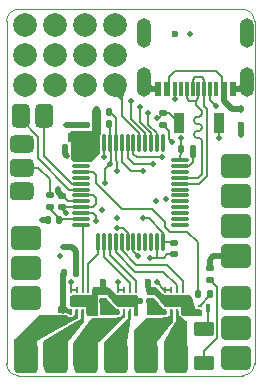
<source format=gbr>
%TF.GenerationSoftware,KiCad,Pcbnew,9.0.3-9.0.3-0~ubuntu24.04.1*%
%TF.CreationDate,2025-09-19T18:16:15+02:00*%
%TF.ProjectId,ant control board v2,616e7420-636f-46e7-9472-6f6c20626f61,2.0*%
%TF.SameCoordinates,Original*%
%TF.FileFunction,Copper,L1,Top*%
%TF.FilePolarity,Positive*%
%FSLAX46Y46*%
G04 Gerber Fmt 4.6, Leading zero omitted, Abs format (unit mm)*
G04 Created by KiCad (PCBNEW 9.0.3-9.0.3-0~ubuntu24.04.1) date 2025-09-19 18:16:15*
%MOMM*%
%LPD*%
G01*
G04 APERTURE LIST*
G04 Aperture macros list*
%AMRoundRect*
0 Rectangle with rounded corners*
0 $1 Rounding radius*
0 $2 $3 $4 $5 $6 $7 $8 $9 X,Y pos of 4 corners*
0 Add a 4 corners polygon primitive as box body*
4,1,4,$2,$3,$4,$5,$6,$7,$8,$9,$2,$3,0*
0 Add four circle primitives for the rounded corners*
1,1,$1+$1,$2,$3*
1,1,$1+$1,$4,$5*
1,1,$1+$1,$6,$7*
1,1,$1+$1,$8,$9*
0 Add four rect primitives between the rounded corners*
20,1,$1+$1,$2,$3,$4,$5,0*
20,1,$1+$1,$4,$5,$6,$7,0*
20,1,$1+$1,$6,$7,$8,$9,0*
20,1,$1+$1,$8,$9,$2,$3,0*%
G04 Aperture macros list end*
%TA.AperFunction,SMDPad,CuDef*%
%ADD10RoundRect,0.140000X0.170000X-0.140000X0.170000X0.140000X-0.170000X0.140000X-0.170000X-0.140000X0*%
%TD*%
%TA.AperFunction,ComponentPad*%
%ADD11C,0.500000*%
%TD*%
%TA.AperFunction,ComponentPad*%
%ADD12RoundRect,0.375000X0.375000X-0.625000X0.375000X0.625000X-0.375000X0.625000X-0.375000X-0.625000X0*%
%TD*%
%TA.AperFunction,ComponentPad*%
%ADD13RoundRect,0.375000X0.625000X0.375000X-0.625000X0.375000X-0.625000X-0.375000X0.625000X-0.375000X0*%
%TD*%
%TA.AperFunction,SMDPad,CuDef*%
%ADD14RoundRect,0.062500X0.062500X-0.187500X0.062500X0.187500X-0.062500X0.187500X-0.062500X-0.187500X0*%
%TD*%
%TA.AperFunction,SMDPad,CuDef*%
%ADD15R,1.600000X0.900000*%
%TD*%
%TA.AperFunction,SMDPad,CuDef*%
%ADD16RoundRect,0.135000X-0.185000X0.135000X-0.185000X-0.135000X0.185000X-0.135000X0.185000X0.135000X0*%
%TD*%
%TA.AperFunction,ComponentPad*%
%ADD17C,2.000000*%
%TD*%
%TA.AperFunction,ComponentPad*%
%ADD18RoundRect,0.300000X0.970000X-0.700000X0.970000X0.700000X-0.970000X0.700000X-0.970000X-0.700000X0*%
%TD*%
%TA.AperFunction,SMDPad,CuDef*%
%ADD19RoundRect,0.135000X0.135000X0.185000X-0.135000X0.185000X-0.135000X-0.185000X0.135000X-0.185000X0*%
%TD*%
%TA.AperFunction,SMDPad,CuDef*%
%ADD20R,0.400000X0.250000*%
%TD*%
%TA.AperFunction,SMDPad,CuDef*%
%ADD21R,0.400000X0.700000*%
%TD*%
%TA.AperFunction,SMDPad,CuDef*%
%ADD22RoundRect,0.140000X-0.140000X-0.170000X0.140000X-0.170000X0.140000X0.170000X-0.140000X0.170000X0*%
%TD*%
%TA.AperFunction,SMDPad,CuDef*%
%ADD23R,0.600000X1.150000*%
%TD*%
%TA.AperFunction,SMDPad,CuDef*%
%ADD24R,0.300000X1.150000*%
%TD*%
%TA.AperFunction,ComponentPad*%
%ADD25O,1.250000X2.500000*%
%TD*%
%TA.AperFunction,ComponentPad*%
%ADD26RoundRect,0.300000X-0.700000X-0.970000X0.700000X-0.970000X0.700000X0.970000X-0.700000X0.970000X0*%
%TD*%
%TA.AperFunction,SMDPad,CuDef*%
%ADD27RoundRect,0.112500X0.112500X-0.187500X0.112500X0.187500X-0.112500X0.187500X-0.112500X-0.187500X0*%
%TD*%
%TA.AperFunction,SMDPad,CuDef*%
%ADD28R,0.900000X1.700000*%
%TD*%
%TA.AperFunction,SMDPad,CuDef*%
%ADD29RoundRect,0.075000X-0.662500X-0.075000X0.662500X-0.075000X0.662500X0.075000X-0.662500X0.075000X0*%
%TD*%
%TA.AperFunction,SMDPad,CuDef*%
%ADD30RoundRect,0.075000X-0.075000X-0.662500X0.075000X-0.662500X0.075000X0.662500X-0.075000X0.662500X0*%
%TD*%
%TA.AperFunction,SMDPad,CuDef*%
%ADD31RoundRect,0.135000X-0.135000X-0.185000X0.135000X-0.185000X0.135000X0.185000X-0.135000X0.185000X0*%
%TD*%
%TA.AperFunction,SMDPad,CuDef*%
%ADD32RoundRect,0.140000X-0.170000X0.140000X-0.170000X-0.140000X0.170000X-0.140000X0.170000X0.140000X0*%
%TD*%
%TA.AperFunction,SMDPad,CuDef*%
%ADD33RoundRect,0.140000X0.140000X0.170000X-0.140000X0.170000X-0.140000X-0.170000X0.140000X-0.170000X0*%
%TD*%
%TA.AperFunction,ComponentPad*%
%ADD34RoundRect,0.300000X-0.970000X0.700000X-0.970000X-0.700000X0.970000X-0.700000X0.970000X0.700000X0*%
%TD*%
%TA.AperFunction,SMDPad,CuDef*%
%ADD35RoundRect,0.250000X-0.625000X0.375000X-0.625000X-0.375000X0.625000X-0.375000X0.625000X0.375000X0*%
%TD*%
%TA.AperFunction,SMDPad,CuDef*%
%ADD36RoundRect,0.135000X0.185000X-0.135000X0.185000X0.135000X-0.185000X0.135000X-0.185000X-0.135000X0*%
%TD*%
%TA.AperFunction,ViaPad*%
%ADD37C,0.500000*%
%TD*%
%TA.AperFunction,ViaPad*%
%ADD38C,0.600000*%
%TD*%
%TA.AperFunction,Conductor*%
%ADD39C,0.200000*%
%TD*%
%TA.AperFunction,Conductor*%
%ADD40C,0.500000*%
%TD*%
%TA.AperFunction,Profile*%
%ADD41C,0.050000*%
%TD*%
G04 APERTURE END LIST*
D10*
%TO.P,C18,2*%
%TO.N,GND*%
X103690000Y-125770000D03*
%TO.P,C18,1*%
%TO.N,+3V3*%
X103690000Y-126730000D03*
%TD*%
D11*
%TO.P,J10,2,Pin_2*%
%TO.N,/MCU and RX/DIGITAL_AUX2*%
X99740000Y-118300000D03*
X99740000Y-119700000D03*
D12*
X100190000Y-119000000D03*
D11*
X100640000Y-119700000D03*
X100654400Y-118300000D03*
%TO.P,J10,1,Pin_1*%
%TO.N,/MCU and RX/DIGITAL_AUX1*%
X101732800Y-118288800D03*
X101732800Y-119711200D03*
D12*
X102190000Y-119000000D03*
D11*
X102640000Y-118300000D03*
X102647200Y-119711200D03*
%TD*%
%TO.P,J9,3,Pin_3*%
%TO.N,GND*%
X99570000Y-125848096D03*
X100970000Y-125848096D03*
D13*
X100270000Y-125398096D03*
D11*
X100970000Y-124948096D03*
X99570000Y-124933696D03*
%TO.P,J9,2,Pin_2*%
%TO.N,Net-(J9-Pin_2)*%
X99570000Y-123848096D03*
X100970000Y-123848096D03*
D13*
X100270000Y-123398096D03*
D11*
X100970000Y-122948096D03*
X99570000Y-122933696D03*
%TO.P,J9,1,Pin_1*%
%TO.N,+3V3*%
X99558800Y-121855296D03*
X100981200Y-121855296D03*
D13*
X100270000Y-121398096D03*
D11*
X99570000Y-120948096D03*
X100981200Y-120940896D03*
%TD*%
D14*
%TO.P,U4,1,VM*%
%TO.N,+BATT*%
X112440000Y-135650000D03*
%TO.P,U4,2,OUT1*%
%TO.N,/DC Motors/M3+*%
X112940000Y-135650000D03*
%TO.P,U4,3,OUT2*%
%TO.N,/DC Motors/M3-*%
X113440000Y-135650000D03*
%TO.P,U4,4,GND*%
%TO.N,GND*%
X113940000Y-135650000D03*
%TO.P,U4,5,IN2*%
%TO.N,/DC Motors/PWM_M3_B*%
X113940000Y-133750000D03*
%TO.P,U4,6,IN1*%
%TO.N,/DC Motors/PWM_M3_F*%
X113440000Y-133750000D03*
%TO.P,U4,7,~{SLEEP}*%
%TO.N,+3V3*%
X112940000Y-133750000D03*
%TO.P,U4,8,VCC*%
X112440000Y-133750000D03*
D15*
%TO.P,U4,9,GND*%
%TO.N,GND*%
X113190000Y-134700000D03*
%TD*%
D14*
%TO.P,U2,1,VM*%
%TO.N,+BATT*%
X104440000Y-135650000D03*
%TO.P,U2,2,OUT1*%
%TO.N,/DC Motors/M1+*%
X104940000Y-135650000D03*
%TO.P,U2,3,OUT2*%
%TO.N,/DC Motors/M1-*%
X105440000Y-135650000D03*
%TO.P,U2,4,GND*%
%TO.N,GND*%
X105940000Y-135650000D03*
%TO.P,U2,5,IN2*%
%TO.N,/DC Motors/PWM_M1_B*%
X105940000Y-133750000D03*
%TO.P,U2,6,IN1*%
%TO.N,/DC Motors/PWM_M1_F*%
X105440000Y-133750000D03*
%TO.P,U2,7,~{SLEEP}*%
%TO.N,+3V3*%
X104940000Y-133750000D03*
%TO.P,U2,8,VCC*%
X104440000Y-133750000D03*
D15*
%TO.P,U2,9,GND*%
%TO.N,GND*%
X105190000Y-134700000D03*
%TD*%
D14*
%TO.P,U3,1,VM*%
%TO.N,+BATT*%
X108440000Y-135650000D03*
%TO.P,U3,2,OUT1*%
%TO.N,/DC Motors/M2+*%
X108940000Y-135650000D03*
%TO.P,U3,3,OUT2*%
%TO.N,/DC Motors/M2-*%
X109440000Y-135650000D03*
%TO.P,U3,4,GND*%
%TO.N,GND*%
X109940000Y-135650000D03*
%TO.P,U3,5,IN2*%
%TO.N,/DC Motors/PWM_M2_B*%
X109940000Y-133750000D03*
%TO.P,U3,6,IN1*%
%TO.N,/DC Motors/PWM_M2_F*%
X109440000Y-133750000D03*
%TO.P,U3,7,~{SLEEP}*%
%TO.N,+3V3*%
X108940000Y-133750000D03*
%TO.P,U3,8,VCC*%
X108440000Y-133750000D03*
D15*
%TO.P,U3,9,GND*%
%TO.N,GND*%
X109190000Y-134700000D03*
%TD*%
D16*
%TO.P,R6,1*%
%TO.N,Net-(J9-Pin_2)*%
X102670000Y-125740000D03*
%TO.P,R6,2*%
%TO.N,/MCU and RX/ADC1*%
X102670000Y-126760000D03*
%TD*%
D17*
%TO.P,U7,12,CH4*%
%TO.N,/MCU and RX/CH4*%
X100583000Y-116417000D03*
%TO.P,U7,11*%
%TO.N,+3V3*%
X100583000Y-113877000D03*
%TO.P,U7,10*%
%TO.N,GND*%
X100583000Y-111337000D03*
%TO.P,U7,9,CH3*%
%TO.N,/MCU and RX/CH3*%
X103123000Y-116417000D03*
%TO.P,U7,8*%
%TO.N,+3V3*%
X103123000Y-113877000D03*
%TO.P,U7,7*%
%TO.N,GND*%
X103123000Y-111337000D03*
%TO.P,U7,6,CH2*%
%TO.N,/MCU and RX/CH2*%
X105663000Y-116417000D03*
%TO.P,U7,5*%
%TO.N,+3V3*%
X105663000Y-113877000D03*
%TO.P,U7,4*%
%TO.N,GND*%
X105663000Y-111337000D03*
%TO.P,U7,3,CH1_(PPM)*%
%TO.N,/MCU and RX/CH1_PPM*%
X108203000Y-116417000D03*
%TO.P,U7,2,VCC*%
%TO.N,+3V3*%
X108203000Y-113877000D03*
%TO.P,U7,1,GND*%
%TO.N,GND*%
X108203000Y-111337000D03*
%TD*%
D10*
%TO.P,C15,1*%
%TO.N,+3V3*%
X105690000Y-120730000D03*
%TO.P,C15,2*%
%TO.N,GND*%
X105690000Y-119770000D03*
%TD*%
D11*
%TO.P,J7,1,Pin_1*%
%TO.N,/MCU and RX/SERVO1*%
X99721000Y-135055000D03*
X101499000Y-135055000D03*
D18*
X100610000Y-134420000D03*
D11*
X99721000Y-133785000D03*
X101499000Y-133785000D03*
%TO.P,J7,2,Pin_2*%
%TO.N,+BATT*%
X99721000Y-132515000D03*
X101499000Y-132515000D03*
D18*
X100610000Y-131880000D03*
D11*
X99721000Y-131245000D03*
X101499000Y-131245000D03*
%TO.P,J7,3,Pin_3*%
%TO.N,GND*%
X99721000Y-129975000D03*
X101499000Y-129975000D03*
D18*
X100610000Y-129340000D03*
D11*
X99721000Y-128705000D03*
X101499000Y-128705000D03*
%TD*%
D10*
%TO.P,C13,1*%
%TO.N,+3V3*%
X104690000Y-120730000D03*
%TO.P,C13,2*%
%TO.N,GND*%
X104690000Y-119770000D03*
%TD*%
D19*
%TO.P,R9,1*%
%TO.N,/MCU and RX/I2C1_SCL*%
X107680000Y-118700000D03*
%TO.P,R9,2*%
%TO.N,+3V3*%
X106660000Y-118700000D03*
%TD*%
D10*
%TO.P,C6,1*%
%TO.N,+BATT*%
X107190000Y-134680000D03*
%TO.P,C6,2*%
%TO.N,GND*%
X107190000Y-133720000D03*
%TD*%
D20*
%TO.P,Q1,1,G*%
%TO.N,Net-(Q1-G)*%
X115340000Y-135075000D03*
%TO.P,Q1,2,S*%
%TO.N,GND*%
X115340000Y-135525000D03*
D21*
%TO.P,Q1,3,D*%
%TO.N,Net-(D2-K)*%
X116040000Y-135300000D03*
%TD*%
D22*
%TO.P,C5,1*%
%TO.N,+BATT*%
X103890000Y-132300000D03*
%TO.P,C5,2*%
%TO.N,GND*%
X104850000Y-132300000D03*
%TD*%
D23*
%TO.P,J3,1,GND_1*%
%TO.N,GND*%
X118200000Y-116755000D03*
%TO.P,J3,2,VBUS*%
%TO.N,/Power/VUSB*%
X117400000Y-116755000D03*
D24*
%TO.P,J3,3,SBU2*%
%TO.N,unconnected-(J3-SBU2-Pad3)*%
X116750000Y-116755000D03*
%TO.P,J3,4,CC1*%
%TO.N,Net-(J3-CC1)*%
X116250000Y-116755000D03*
%TO.P,J3,5,DN2*%
%TO.N,/MCU and RX/USB_D-*%
X115750000Y-116755000D03*
%TO.P,J3,6,DP1*%
%TO.N,/MCU and RX/USB_D+*%
X115250000Y-116755000D03*
%TO.P,J3,7,DN1*%
%TO.N,/MCU and RX/USB_D-*%
X114750000Y-116755000D03*
%TO.P,J3,8,DP2*%
%TO.N,/MCU and RX/USB_D+*%
X114250000Y-116755000D03*
%TO.P,J3,9,SBU1*%
%TO.N,unconnected-(J3-SBU1-Pad9)*%
X113750000Y-116755000D03*
%TO.P,J3,10,CC2*%
%TO.N,Net-(J3-CC2)*%
X113250000Y-116755000D03*
D23*
%TO.P,J3,11,VBUS*%
%TO.N,/Power/VUSB*%
X112600000Y-116755000D03*
%TO.P,J3,12,GND_2*%
%TO.N,GND*%
X111800000Y-116755000D03*
D25*
%TO.P,J3,13,SHIELD*%
X119320000Y-116180000D03*
X119320000Y-112000000D03*
X110680000Y-116180000D03*
X110680000Y-112000000D03*
%TD*%
D19*
%TO.P,R8,1*%
%TO.N,/MCU and RX/I2C1_SDA*%
X107680000Y-119700000D03*
%TO.P,R8,2*%
%TO.N,+3V3*%
X106660000Y-119700000D03*
%TD*%
D11*
%TO.P,J5,1,Pin_1*%
%TO.N,/DC Motors/M2+*%
X105055000Y-138611000D03*
X105055000Y-140389000D03*
D26*
X105690000Y-139500000D03*
D11*
X106325000Y-138611000D03*
X106325000Y-140389000D03*
%TO.P,J5,2,Pin_2*%
%TO.N,/DC Motors/M2-*%
X107595000Y-138611000D03*
X107595000Y-140389000D03*
D26*
X108230000Y-139500000D03*
D11*
X108865000Y-138611000D03*
X108865000Y-140389000D03*
%TD*%
%TO.P,J8,1,Pin_1*%
%TO.N,/MCU and RX/SERVO2*%
X117501000Y-140135000D03*
X119279000Y-140135000D03*
D18*
X118390000Y-139500000D03*
D11*
X117501000Y-138865000D03*
X119279000Y-138865000D03*
%TO.P,J8,2,Pin_2*%
%TO.N,+BATT*%
X117501000Y-137595000D03*
X119279000Y-137595000D03*
D18*
X118390000Y-136960000D03*
D11*
X117501000Y-136325000D03*
X119279000Y-136325000D03*
%TO.P,J8,3,Pin_3*%
%TO.N,GND*%
X117501000Y-135055000D03*
X119279000Y-135055000D03*
D18*
X118390000Y-134420000D03*
D11*
X117501000Y-133785000D03*
X119279000Y-133785000D03*
%TD*%
D22*
%TO.P,C16,1*%
%TO.N,+3V3*%
X113810000Y-121850000D03*
%TO.P,C16,2*%
%TO.N,GND*%
X114770000Y-121850000D03*
%TD*%
D27*
%TO.P,D1,1,K*%
%TO.N,+BATT*%
X118890000Y-120550000D03*
%TO.P,D1,2,A*%
%TO.N,/Power/VUSB*%
X118890000Y-118450000D03*
%TD*%
D11*
%TO.P,J6,1,Pin_1*%
%TO.N,/DC Motors/M3+*%
X110135000Y-138611000D03*
X110135000Y-140389000D03*
D26*
X110770000Y-139500000D03*
D11*
X111405000Y-138611000D03*
X111405000Y-140389000D03*
%TO.P,J6,2,Pin_2*%
%TO.N,/DC Motors/M3-*%
X112675000Y-138611000D03*
X112675000Y-140389000D03*
D26*
X113310000Y-139500000D03*
D11*
X113945000Y-138611000D03*
X113945000Y-140389000D03*
%TD*%
D28*
%TO.P,SW1,1,1*%
%TO.N,+3V3*%
X116990000Y-119650000D03*
%TO.P,SW1,2,2*%
%TO.N,/MCU and RX/BOOT0*%
X113590000Y-119650000D03*
%TD*%
D10*
%TO.P,C7,1*%
%TO.N,+BATT*%
X111190000Y-134680000D03*
%TO.P,C7,2*%
%TO.N,GND*%
X111190000Y-133720000D03*
%TD*%
D11*
%TO.P,J4,1,Pin_1*%
%TO.N,/DC Motors/M1+*%
X99975000Y-138611000D03*
X99975000Y-140389000D03*
D26*
X100610000Y-139500000D03*
D11*
X101245000Y-138611000D03*
X101245000Y-140389000D03*
%TO.P,J4,2,Pin_2*%
%TO.N,/DC Motors/M1-*%
X102515000Y-138611000D03*
X102515000Y-140389000D03*
D26*
X103150000Y-139500000D03*
D11*
X103785000Y-138611000D03*
X103785000Y-140389000D03*
%TD*%
D29*
%TO.P,U6,1,VBAT*%
%TO.N,+3V3*%
X105337500Y-122750000D03*
%TO.P,U6,2,PC13*%
%TO.N,unconnected-(U6-PC13-Pad2)*%
X105337500Y-123250000D03*
%TO.P,U6,3,PC14*%
%TO.N,/MCU and RX/STATUS_LED*%
X105337500Y-123750000D03*
%TO.P,U6,4,PC15*%
%TO.N,unconnected-(U6-PC15-Pad4)*%
X105337500Y-124250000D03*
%TO.P,U6,5,PF0*%
%TO.N,/MCU and RX/DIGITAL_AUX1*%
X105337500Y-124750000D03*
%TO.P,U6,6,PF1*%
%TO.N,/MCU and RX/DIGITAL_AUX2*%
X105337500Y-125250000D03*
%TO.P,U6,7,NRST*%
%TO.N,+3V3*%
X105337500Y-125750000D03*
%TO.P,U6,8,VSSA*%
%TO.N,GND*%
X105337500Y-126250000D03*
%TO.P,U6,9,VDDA*%
%TO.N,+3V3*%
X105337500Y-126750000D03*
%TO.P,U6,10,ADC_IN0*%
%TO.N,/MCU and RX/VBAT*%
X105337500Y-127250000D03*
%TO.P,U6,11,ADC_IN1*%
%TO.N,/MCU and RX/ADC1*%
X105337500Y-127750000D03*
%TO.P,U6,12,PA2*%
%TO.N,/DC Motors/PWM_M1_F*%
X105337500Y-128250000D03*
D30*
%TO.P,U6,13,PA3*%
%TO.N,/DC Motors/PWM_M1_B*%
X106750000Y-129662500D03*
%TO.P,U6,14,PA4*%
%TO.N,/DC Motors/PWM_M2_F*%
X107250000Y-129662500D03*
%TO.P,U6,15,PA5*%
%TO.N,/DC Motors/PWM_M2_B*%
X107750000Y-129662500D03*
%TO.P,U6,16,PA6*%
%TO.N,/DC Motors/PWM_M3_F*%
X108250000Y-129662500D03*
%TO.P,U6,17,PA7*%
%TO.N,/DC Motors/PWM_M3_B*%
X108750000Y-129662500D03*
%TO.P,U6,18,PB0*%
%TO.N,/MCU and RX/SERVO1*%
X109250000Y-129662500D03*
%TO.P,U6,19,PB1*%
%TO.N,/MCU and RX/SERVO2*%
X109750000Y-129662500D03*
%TO.P,U6,20,PB2*%
%TO.N,unconnected-(U6-PB2-Pad20)*%
X110250000Y-129662500D03*
%TO.P,U6,21,PB10*%
%TO.N,unconnected-(U6-PB10-Pad21)*%
X110750000Y-129662500D03*
%TO.P,U6,22,PB11*%
%TO.N,unconnected-(U6-PB11-Pad22)*%
X111250000Y-129662500D03*
%TO.P,U6,23,VSS*%
%TO.N,GND*%
X111750000Y-129662500D03*
%TO.P,U6,24,VDD*%
%TO.N,+3V3*%
X112250000Y-129662500D03*
D29*
%TO.P,U6,25,SPI2_NSS*%
%TO.N,unconnected-(U6-PB12-Pad25)*%
X113662500Y-128250000D03*
%TO.P,U6,26,SPI2_SCK*%
%TO.N,unconnected-(U6-PB13-Pad26)*%
X113662500Y-127750000D03*
%TO.P,U6,27,SPI2_MISO*%
%TO.N,unconnected-(U6-PB14-Pad27)*%
X113662500Y-127250000D03*
%TO.P,U6,28,SPI2_MOSI*%
%TO.N,unconnected-(U6-PB15-Pad28)*%
X113662500Y-126750000D03*
%TO.P,U6,29,PA8*%
%TO.N,unconnected-(U6-PA8-Pad29)*%
X113662500Y-126250000D03*
%TO.P,U6,30,PA9*%
%TO.N,unconnected-(U6-PA9-Pad30)*%
X113662500Y-125750000D03*
%TO.P,U6,31,PA10*%
%TO.N,unconnected-(U6-PA10-Pad31)*%
X113662500Y-125250000D03*
%TO.P,U6,32,USB_DM*%
%TO.N,/MCU and RX/USB_D-*%
X113662500Y-124750000D03*
%TO.P,U6,33,USB_DP*%
%TO.N,/MCU and RX/USB_D+*%
X113662500Y-124250000D03*
%TO.P,U6,34,SYS_SWDIO*%
%TO.N,unconnected-(U6-PA13-Pad34)*%
X113662500Y-123750000D03*
%TO.P,U6,35,VSS*%
%TO.N,GND*%
X113662500Y-123250000D03*
%TO.P,U6,36,VDDIO2*%
%TO.N,+3V3*%
X113662500Y-122750000D03*
D30*
%TO.P,U6,37,SYS_SWCLK*%
%TO.N,unconnected-(U6-PA14-Pad37)*%
X112250000Y-121337500D03*
%TO.P,U6,38,PA15*%
%TO.N,/MCU and RX/CH4*%
X111750000Y-121337500D03*
%TO.P,U6,39,PB3*%
%TO.N,/MCU and RX/CH3*%
X111250000Y-121337500D03*
%TO.P,U6,40,PB4*%
%TO.N,/MCU and RX/CH2*%
X110750000Y-121337500D03*
%TO.P,U6,41,PB5*%
%TO.N,/MCU and RX/CH1_PPM*%
X110250000Y-121337500D03*
%TO.P,U6,42,USART1_TX*%
%TO.N,/MCU and RX/UART2_TX*%
X109750000Y-121337500D03*
%TO.P,U6,43,USART1_RX*%
%TO.N,/MCU and RX/UART2_RX*%
X109250000Y-121337500D03*
%TO.P,U6,44,BOOT0*%
%TO.N,/MCU and RX/BOOT0*%
X108750000Y-121337500D03*
%TO.P,U6,45,I2C1_SCL*%
%TO.N,/MCU and RX/I2C1_SCL*%
X108250000Y-121337500D03*
%TO.P,U6,46,I2C1_SDA*%
%TO.N,/MCU and RX/I2C1_SDA*%
X107750000Y-121337500D03*
%TO.P,U6,47,VSS*%
%TO.N,GND*%
X107250000Y-121337500D03*
%TO.P,U6,48,VDD*%
%TO.N,+3V3*%
X106750000Y-121337500D03*
%TD*%
D31*
%TO.P,R10,1*%
%TO.N,/MCU and RX/STATUS_LED*%
X115180000Y-134100000D03*
%TO.P,R10,2*%
%TO.N,Net-(Q1-G)*%
X116200000Y-134100000D03*
%TD*%
D32*
%TO.P,C17,1*%
%TO.N,+3V3*%
X113220000Y-129770000D03*
%TO.P,C17,2*%
%TO.N,GND*%
X113220000Y-130730000D03*
%TD*%
D22*
%TO.P,C11,1*%
%TO.N,GND*%
X102520000Y-127800000D03*
%TO.P,C11,2*%
%TO.N,/MCU and RX/ADC1*%
X103480000Y-127800000D03*
%TD*%
D16*
%TO.P,R7,1*%
%TO.N,/MCU and RX/BOOT0*%
X112290000Y-118790000D03*
%TO.P,R7,2*%
%TO.N,GND*%
X112290000Y-119810000D03*
%TD*%
D33*
%TO.P,C14,1*%
%TO.N,+3V3*%
X104920000Y-121750000D03*
%TO.P,C14,2*%
%TO.N,GND*%
X103960000Y-121750000D03*
%TD*%
D11*
%TO.P,J1,1,Pin_1*%
%TO.N,/Power/+SW*%
X119279000Y-127705000D03*
X117501000Y-127705000D03*
D34*
X118390000Y-128340000D03*
D11*
X119279000Y-128975000D03*
X117501000Y-128975000D03*
%TO.P,J1,2,Pin_2*%
%TO.N,+BATT*%
X119279000Y-130245000D03*
X117501000Y-130245000D03*
D34*
X118390000Y-130880000D03*
D11*
X119279000Y-131515000D03*
X117501000Y-131515000D03*
%TD*%
D35*
%TO.P,D2,1,K*%
%TO.N,Net-(D2-K)*%
X115690000Y-137100000D03*
%TO.P,D2,2,A*%
%TO.N,Net-(D2-A)*%
X115690000Y-139900000D03*
%TD*%
D11*
%TO.P,J2,1,Pin_1*%
%TO.N,GND*%
X119279000Y-122625000D03*
X117501000Y-122625000D03*
D34*
X118390000Y-123260000D03*
D11*
X119279000Y-123895000D03*
X117501000Y-123895000D03*
%TO.P,J2,2,Pin_2*%
%TO.N,/Power/+SW*%
X119279000Y-125165000D03*
X117501000Y-125165000D03*
D34*
X118390000Y-125800000D03*
D11*
X119279000Y-126435000D03*
X117501000Y-126435000D03*
%TD*%
D36*
%TO.P,R11,1*%
%TO.N,Net-(D2-A)*%
X116200000Y-132910000D03*
%TO.P,R11,2*%
%TO.N,+BATT*%
X116200000Y-131890000D03*
%TD*%
D37*
%TO.N,Net-(J3-CC1)*%
X116770000Y-118200000D03*
%TO.N,/MCU and RX/SERVO2*%
X110170000Y-130900000D03*
%TO.N,/MCU and RX/SERVO1*%
X108370000Y-128500000D03*
%TO.N,GND*%
X107270000Y-122500000D03*
X104090000Y-122380000D03*
%TO.N,+BATT*%
X111770000Y-135500000D03*
X111170000Y-135500000D03*
X107770000Y-135500000D03*
X107170000Y-135500000D03*
X103770000Y-135500000D03*
%TO.N,/MCU and RX/VBAT*%
X106570000Y-127900000D03*
%TO.N,/MCU and RX/I2C1_SCL*%
X108370000Y-123700000D03*
%TO.N,/MCU and RX/I2C1_SDA*%
X107370000Y-124700000D03*
X107770000Y-123100000D03*
%TO.N,+3V3*%
X107090000Y-127020000D03*
%TO.N,GND*%
X108370000Y-127700000D03*
%TO.N,+3V3*%
X111720000Y-133100000D03*
X108440000Y-133100000D03*
X104440000Y-133100000D03*
%TO.N,/MCU and RX/CH4*%
X111020000Y-118750000D03*
%TO.N,/MCU and RX/CH3*%
X110270000Y-118250000D03*
%TO.N,/MCU and RX/CH2*%
X109520000Y-117750000D03*
%TO.N,GND*%
X113020000Y-121250000D03*
%TO.N,/MCU and RX/BOOT0*%
X111753527Y-119206305D03*
X110570000Y-123700000D03*
%TO.N,/MCU and RX/UART2_RX*%
X111370000Y-123100000D03*
%TO.N,/MCU and RX/UART2_TX*%
X112170000Y-122500000D03*
%TO.N,+3V3*%
X105870000Y-121800000D03*
%TO.N,GND*%
X104000000Y-119770000D03*
%TO.N,+3V3*%
X116970000Y-120900000D03*
X113814641Y-120919880D03*
D38*
%TO.N,+BATT*%
X118890000Y-119820000D03*
D37*
%TO.N,Net-(J3-CC2)*%
X113270000Y-117600000D03*
%TO.N,+BATT*%
X103570000Y-130900000D03*
%TO.N,GND*%
X103770000Y-130130000D03*
D38*
X113279404Y-112090596D03*
D37*
%TO.N,+3V3*%
X114529404Y-112100000D03*
%TO.N,GND*%
X112475000Y-126013636D03*
X102000000Y-127800000D03*
X103400000Y-125200000D03*
%TO.N,+3V3*%
X104000000Y-127200000D03*
X111690000Y-126220000D03*
X110570000Y-127700000D03*
D38*
%TO.N,GND*%
X110970000Y-133100000D03*
X107190000Y-133100000D03*
X114570000Y-135450000D03*
X110270000Y-134700000D03*
D37*
X114770000Y-122450000D03*
X111135000Y-131015000D03*
%TD*%
D39*
%TO.N,/DC Motors/PWM_M3_F*%
X108250000Y-129662500D02*
X108250000Y-130580000D01*
X108250000Y-130580000D02*
X109870000Y-132200000D01*
X109870000Y-132200000D02*
X112270000Y-132200000D01*
X112270000Y-132200000D02*
X113440000Y-133370000D01*
X113440000Y-133370000D02*
X113440000Y-133750000D01*
%TO.N,GND*%
X111135000Y-131015000D02*
X112305000Y-131015000D01*
X112305000Y-131015000D02*
X112590000Y-130730000D01*
X112590000Y-130730000D02*
X113220000Y-130730000D01*
%TO.N,+3V3*%
X112250000Y-129662500D02*
X112712500Y-129662500D01*
X112712500Y-129662500D02*
X112770000Y-129720000D01*
X112770000Y-129720000D02*
X113170000Y-129720000D01*
X113170000Y-129720000D02*
X113220000Y-129770000D01*
%TO.N,/MCU and RX/STATUS_LED*%
X105337500Y-123750000D02*
X106291547Y-123750000D01*
X111328112Y-126900000D02*
X112420000Y-127991888D01*
X106291547Y-123750000D02*
X106570000Y-124028453D01*
X106570000Y-124028453D02*
X106570000Y-124700000D01*
X106570000Y-124700000D02*
X108770000Y-126900000D01*
X112420000Y-127991888D02*
X112420000Y-128450000D01*
X108770000Y-126900000D02*
X111328112Y-126900000D01*
X112820000Y-128850000D02*
X114320000Y-128850000D01*
X114320000Y-128850000D02*
X115180000Y-129710000D01*
X112420000Y-128450000D02*
X112820000Y-128850000D01*
X115180000Y-129710000D02*
X115180000Y-134100000D01*
%TO.N,GND*%
X111135000Y-131015000D02*
X111750000Y-131015000D01*
X111750000Y-131015000D02*
X111750000Y-129662500D01*
%TO.N,+3V3*%
X111720000Y-133100000D02*
X112370000Y-133750000D01*
X112370000Y-133750000D02*
X112440000Y-133750000D01*
D40*
%TO.N,GND*%
X110970000Y-133100000D02*
X110970000Y-133500000D01*
X110970000Y-133500000D02*
X111190000Y-133720000D01*
D39*
%TO.N,Net-(J3-CC1)*%
X116770000Y-118200000D02*
X116250000Y-117680000D01*
X116250000Y-117680000D02*
X116250000Y-116755000D01*
%TO.N,/MCU and RX/BOOT0*%
X112290000Y-118790000D02*
X112730000Y-118790000D01*
X112730000Y-118790000D02*
X113590000Y-119650000D01*
%TO.N,+3V3*%
X116970000Y-120900000D02*
X116990000Y-120880000D01*
X116990000Y-120880000D02*
X116990000Y-119650000D01*
X113810000Y-120960000D02*
X113810000Y-121850000D01*
X113810000Y-122252500D02*
X113810000Y-121850000D01*
X113814641Y-120919880D02*
X113814641Y-120955359D01*
X113814641Y-120955359D02*
X113810000Y-120960000D01*
X113662500Y-122750000D02*
X113662500Y-122400000D01*
X113662500Y-122400000D02*
X113810000Y-122252500D01*
D40*
%TO.N,GND*%
X114770000Y-121850000D02*
X114770000Y-122450000D01*
D39*
X114770000Y-122450000D02*
X114770000Y-122913824D01*
X114770000Y-122913824D02*
X114433824Y-123250000D01*
X114433824Y-123250000D02*
X113662500Y-123250000D01*
%TO.N,Net-(J9-Pin_2)*%
X102670000Y-125740000D02*
X102670000Y-124400000D01*
X102670000Y-124400000D02*
X101668096Y-123398096D01*
X101668096Y-123398096D02*
X100270000Y-123398096D01*
%TO.N,/MCU and RX/ADC1*%
X102670000Y-126760000D02*
X102670000Y-126890988D01*
X102670000Y-126890988D02*
X103480000Y-127700988D01*
X103480000Y-127700988D02*
X103480000Y-127800000D01*
D40*
%TO.N,GND*%
X104540000Y-130130000D02*
X104850000Y-130440000D01*
X103770000Y-130130000D02*
X104540000Y-130130000D01*
X104850000Y-130440000D02*
X104850000Y-132300000D01*
%TO.N,+BATT*%
X103770000Y-135500000D02*
X103770000Y-132420000D01*
X103770000Y-132420000D02*
X103890000Y-132300000D01*
D39*
%TO.N,/MCU and RX/SERVO2*%
X109750000Y-130480000D02*
X110170000Y-130900000D01*
X109750000Y-129662500D02*
X109750000Y-130480000D01*
%TO.N,/MCU and RX/SERVO1*%
X108824999Y-128500000D02*
X108370000Y-128500000D01*
X109250000Y-128925001D02*
X108824999Y-128500000D01*
X109250000Y-129662500D02*
X109250000Y-128925001D01*
%TO.N,/MCU and RX/DIGITAL_AUX1*%
X102190000Y-119000000D02*
X102190000Y-122430261D01*
X102190000Y-122430261D02*
X104509739Y-124750000D01*
X104509739Y-124750000D02*
X105337500Y-124750000D01*
%TO.N,/MCU and RX/UART2_TX*%
X112170000Y-122500000D02*
X110027124Y-122500000D01*
X110027124Y-122500000D02*
X109750000Y-122222876D01*
X109750000Y-122222876D02*
X109750000Y-121337500D01*
%TO.N,+3V3*%
X104000000Y-127200000D02*
X103690000Y-126890000D01*
X103690000Y-126890000D02*
X103690000Y-126730000D01*
D40*
%TO.N,GND*%
X103400000Y-125200000D02*
X103400000Y-125480000D01*
X103400000Y-125480000D02*
X103690000Y-125770000D01*
D39*
%TO.N,/MCU and RX/ADC1*%
X103680000Y-127790000D02*
X103490000Y-127790000D01*
X105337500Y-127750000D02*
X103720000Y-127750000D01*
D40*
%TO.N,GND*%
X102000000Y-127800000D02*
X102520000Y-127800000D01*
D39*
%TO.N,/MCU and RX/ADC1*%
X103720000Y-127750000D02*
X103680000Y-127790000D01*
X103490000Y-127790000D02*
X103480000Y-127800000D01*
%TO.N,Net-(D2-A)*%
X116200000Y-132910000D02*
X116800000Y-133510000D01*
X116800000Y-133510000D02*
X116800000Y-134400000D01*
X116800000Y-134400000D02*
X116816000Y-134416000D01*
X116816000Y-134416000D02*
X116816000Y-137784000D01*
X116816000Y-137784000D02*
X115690000Y-138910000D01*
X115690000Y-138910000D02*
X115690000Y-139900000D01*
D40*
%TO.N,+BATT*%
X116200000Y-131890000D02*
X116200000Y-131200000D01*
X116200000Y-131200000D02*
X116520000Y-130880000D01*
X116520000Y-130880000D02*
X118390000Y-130880000D01*
D39*
%TO.N,/MCU and RX/I2C1_SCL*%
X108370000Y-123700000D02*
X108370000Y-122900000D01*
X108370000Y-122900000D02*
X108250000Y-122780000D01*
X108250000Y-122780000D02*
X108250000Y-121337500D01*
%TO.N,/MCU and RX/BOOT0*%
X110570000Y-123700000D02*
X109570000Y-123700000D01*
X109570000Y-123700000D02*
X108750000Y-122880000D01*
X108750000Y-122880000D02*
X108750000Y-121337500D01*
%TO.N,/MCU and RX/UART2_RX*%
X111370000Y-123100000D02*
X109770000Y-123100000D01*
X109770000Y-123100000D02*
X109250000Y-122580000D01*
X109250000Y-122580000D02*
X109250000Y-121337500D01*
D40*
%TO.N,GND*%
X104090000Y-122380000D02*
X103960000Y-122250000D01*
X103960000Y-122250000D02*
X103960000Y-121750000D01*
D39*
%TO.N,/DC Motors/PWM_M2_B*%
X109940000Y-133750000D02*
X109940000Y-132970000D01*
X109940000Y-132970000D02*
X107750000Y-130780000D01*
X107750000Y-130780000D02*
X107750000Y-129662500D01*
%TO.N,/DC Motors/PWM_M2_F*%
X109440000Y-133750000D02*
X109440000Y-133161556D01*
X109440000Y-133161556D02*
X107250000Y-130971556D01*
X107250000Y-130971556D02*
X107250000Y-129662500D01*
%TO.N,/DC Motors/PWM_M1_B*%
X105940000Y-133750000D02*
X105940000Y-131530000D01*
X105940000Y-131530000D02*
X106750000Y-130720000D01*
X106750000Y-130720000D02*
X106750000Y-129662500D01*
%TO.N,/DC Motors/PWM_M1_F*%
X105440000Y-133750000D02*
X105440000Y-128352500D01*
X105440000Y-128352500D02*
X105337500Y-128250000D01*
%TO.N,/MCU and RX/VBAT*%
X106570000Y-127900000D02*
X106570000Y-127500000D01*
X106320000Y-127250000D02*
X105337500Y-127250000D01*
X106570000Y-127500000D02*
X106320000Y-127250000D01*
%TO.N,/MCU and RX/I2C1_SDA*%
X107370000Y-124700000D02*
X107370000Y-123500000D01*
X107370000Y-123500000D02*
X107770000Y-123100000D01*
X107821000Y-121408500D02*
X107821000Y-123049000D01*
X107821000Y-123049000D02*
X107770000Y-123100000D01*
X107750000Y-121337500D02*
X107821000Y-121408500D01*
%TO.N,+3V3*%
X112250000Y-129662500D02*
X112250000Y-128891176D01*
X112250000Y-128891176D02*
X111058824Y-127700000D01*
X111058824Y-127700000D02*
X110570000Y-127700000D01*
X104940000Y-133750000D02*
X104440000Y-133750000D01*
X108940000Y-133750000D02*
X108440000Y-133750000D01*
X112940000Y-133750000D02*
X112440000Y-133750000D01*
X108440000Y-133100000D02*
X108440000Y-133750000D01*
X104440000Y-133100000D02*
X104440000Y-133750000D01*
%TO.N,/MCU and RX/CH4*%
X111020000Y-118750000D02*
X111020000Y-119750000D01*
X111020000Y-119750000D02*
X111750000Y-120480000D01*
X111750000Y-120480000D02*
X111750000Y-121337500D01*
%TO.N,/MCU and RX/CH3*%
X110270000Y-118250000D02*
X110270000Y-119500000D01*
X110270000Y-119500000D02*
X111250000Y-120480000D01*
X111250000Y-120480000D02*
X111250000Y-121337500D01*
%TO.N,/MCU and RX/CH2*%
X109520000Y-117750000D02*
X109520000Y-119250000D01*
X109520000Y-119250000D02*
X110750000Y-120480000D01*
X110750000Y-120480000D02*
X110750000Y-121337500D01*
%TO.N,/MCU and RX/CH1_PPM*%
X110250000Y-121337500D02*
X110250000Y-120480000D01*
X110250000Y-120480000D02*
X108770000Y-119000000D01*
X108770000Y-119000000D02*
X108770000Y-116984000D01*
X108770000Y-116984000D02*
X108203000Y-116417000D01*
%TO.N,GND*%
X112770000Y-121000000D02*
X113020000Y-121250000D01*
X112770000Y-120290000D02*
X112770000Y-121000000D01*
X112290000Y-119810000D02*
X112770000Y-120290000D01*
%TO.N,/MCU and RX/BOOT0*%
X111753527Y-119206305D02*
X111873695Y-119206305D01*
X111873695Y-119206305D02*
X112290000Y-118790000D01*
%TO.N,GND*%
X105337500Y-126250000D02*
X104170000Y-126250000D01*
X104170000Y-126250000D02*
X103690000Y-125770000D01*
D40*
X104000000Y-119770000D02*
X104690000Y-119770000D01*
X105690000Y-119770000D02*
X104690000Y-119770000D01*
D39*
%TO.N,+3V3*%
X106750000Y-121337500D02*
X106750000Y-119790000D01*
X106750000Y-119790000D02*
X106660000Y-119700000D01*
X106660000Y-118700000D02*
X106660000Y-119700000D01*
%TO.N,/MCU and RX/I2C1_SDA*%
X107750000Y-121337500D02*
X107750000Y-119770000D01*
X107750000Y-119770000D02*
X107680000Y-119700000D01*
%TO.N,/MCU and RX/I2C1_SCL*%
X108250000Y-121337500D02*
X108250000Y-119170000D01*
X108250000Y-119170000D02*
X107780000Y-118700000D01*
D40*
%TO.N,+BATT*%
X118890000Y-119820000D02*
X118890000Y-120550000D01*
D39*
%TO.N,Net-(J3-CC2)*%
X113250000Y-117580000D02*
X113270000Y-117600000D01*
X113250000Y-116755000D02*
X113250000Y-117580000D01*
D40*
%TO.N,GND*%
X118200000Y-116755000D02*
X118745000Y-116755000D01*
X118745000Y-116755000D02*
X119320000Y-116180000D01*
X111800000Y-116755000D02*
X111255000Y-116755000D01*
X111255000Y-116755000D02*
X110680000Y-116180000D01*
D39*
%TO.N,+3V3*%
X105337500Y-125750000D02*
X106320000Y-125750000D01*
X106320000Y-125750000D02*
X106570000Y-126000000D01*
X106570000Y-126000000D02*
X106570000Y-126500000D01*
X106570000Y-126500000D02*
X106320000Y-126750000D01*
X106320000Y-126750000D02*
X105337500Y-126750000D01*
X103690000Y-126730000D02*
X105317500Y-126730000D01*
X105317500Y-126730000D02*
X105337500Y-126750000D01*
%TO.N,Net-(Q1-G)*%
X116200000Y-134100000D02*
X116200000Y-134215000D01*
X116200000Y-134215000D02*
X115340000Y-135075000D01*
%TO.N,Net-(D2-K)*%
X116040000Y-135300000D02*
X116040000Y-136750000D01*
X116040000Y-136750000D02*
X115690000Y-137100000D01*
D40*
%TO.N,GND*%
X107190000Y-133100000D02*
X107190000Y-133720000D01*
X109190000Y-134700000D02*
X110270000Y-134700000D01*
D39*
%TO.N,/MCU and RX/USB_D+*%
X114895447Y-119326774D02*
X114895447Y-119446774D01*
X115280000Y-120286774D02*
X115135452Y-120286774D01*
X115520000Y-121581139D02*
X115520000Y-123931802D01*
X115040000Y-118096647D02*
X115520000Y-118576647D01*
X115040000Y-117750000D02*
X115040000Y-118096647D01*
X115280000Y-120886774D02*
G75*
G02*
X115520026Y-121126774I0J-240026D01*
G01*
X115201802Y-124250000D02*
X113662500Y-124250000D01*
X114895452Y-120646774D02*
G75*
G03*
X115135452Y-120886848I240048J-26D01*
G01*
X115520000Y-118576647D02*
X115520000Y-118846774D01*
X115135452Y-120286774D02*
G75*
G03*
X114895474Y-120526774I48J-240026D01*
G01*
X115520000Y-120046774D02*
G75*
G02*
X115280000Y-120286800I-240000J-26D01*
G01*
X115280000Y-119086774D02*
X115135447Y-119086774D01*
X115280000Y-119686774D02*
G75*
G02*
X115520026Y-119926774I0J-240026D01*
G01*
X114895447Y-119446774D02*
G75*
G03*
X115135447Y-119686753I239953J-26D01*
G01*
X115135447Y-119086774D02*
G75*
G03*
X114895374Y-119326774I-47J-240026D01*
G01*
X115520000Y-118846774D02*
G75*
G02*
X115280000Y-119086800I-240000J-26D01*
G01*
X115135447Y-119686774D02*
X115280000Y-119686774D01*
X115520000Y-119926774D02*
X115520000Y-120046774D01*
X115520000Y-123931802D02*
X115201802Y-124250000D01*
X114895452Y-120526774D02*
X114895452Y-120646774D01*
X115520000Y-121246774D02*
X115520000Y-121581139D01*
X115135452Y-120886774D02*
X115280000Y-120886774D01*
X115520000Y-121126774D02*
X115520000Y-121246774D01*
%TO.N,/Power/VUSB*%
X112600000Y-116755000D02*
X112790000Y-116565000D01*
X116710000Y-115250000D02*
X117210000Y-115750000D01*
X112790000Y-116565000D02*
X112790000Y-115730000D01*
X112790000Y-115730000D02*
X113270000Y-115250000D01*
X113270000Y-115250000D02*
X116710000Y-115250000D01*
X117210000Y-115750000D02*
X117210000Y-116565000D01*
X117210000Y-116565000D02*
X117400000Y-116755000D01*
D40*
X118890000Y-118450000D02*
X118118000Y-118450000D01*
X118118000Y-118450000D02*
X117400000Y-117732000D01*
X117400000Y-117732000D02*
X117400000Y-116755000D01*
D39*
%TO.N,/MCU and RX/USB_D+*%
X114250000Y-117530000D02*
X114250000Y-116755000D01*
X115040000Y-117750000D02*
X114470000Y-117750000D01*
X115250000Y-117540000D02*
X115040000Y-117750000D01*
X114470000Y-117750000D02*
X114250000Y-117530000D01*
X115250000Y-116755000D02*
X115250000Y-117540000D01*
%TO.N,/MCU and RX/USB_D-*%
X114990898Y-115750000D02*
X114750000Y-115990898D01*
X115520000Y-115750000D02*
X114990898Y-115750000D01*
X115750000Y-115980000D02*
X115520000Y-115750000D01*
X115750000Y-116755000D02*
X115750000Y-115980000D01*
X114750000Y-115990898D02*
X114750000Y-116755000D01*
%TO.N,/MCU and RX/DIGITAL_AUX2*%
X100190000Y-119320000D02*
X100190000Y-119000000D01*
X101670000Y-122596388D02*
X101670000Y-120800000D01*
X105337500Y-125250000D02*
X104323612Y-125250000D01*
X104323612Y-125250000D02*
X101670000Y-122596388D01*
X101670000Y-120800000D02*
X100190000Y-119320000D01*
%TO.N,GND*%
X107250000Y-122480000D02*
X107270000Y-122500000D01*
X107250000Y-121337500D02*
X107250000Y-122480000D01*
%TO.N,/MCU and RX/USB_D-*%
X115750000Y-116755000D02*
X115750000Y-118170251D01*
X115750000Y-118170251D02*
X115995000Y-118415251D01*
X115995000Y-118415251D02*
X115995000Y-124093198D01*
X115995000Y-124093198D02*
X115338198Y-124750000D01*
X115338198Y-124750000D02*
X113662500Y-124750000D01*
%TO.N,/DC Motors/PWM_M3_B*%
X112570000Y-131650000D02*
X113940000Y-133020000D01*
X110000001Y-131650000D02*
X112570000Y-131650000D01*
X108750000Y-130399999D02*
X110000001Y-131650000D01*
X113940000Y-133020000D02*
X113940000Y-133750000D01*
X108750000Y-129662500D02*
X108750000Y-130399999D01*
%TD*%
%TA.AperFunction,Conductor*%
%TO.N,/DC Motors/M3-*%
G36*
X113481877Y-135409881D02*
G01*
X113526256Y-135435503D01*
X113534496Y-135443743D01*
X113560118Y-135488123D01*
X113566626Y-135512410D01*
X113570000Y-135538034D01*
X113570000Y-135900000D01*
X113651727Y-135959933D01*
X114228868Y-136383170D01*
X114245815Y-136398958D01*
X114283102Y-136442911D01*
X114303898Y-136483950D01*
X114317290Y-136540003D01*
X114320000Y-136563008D01*
X114320000Y-140190248D01*
X114318097Y-140209563D01*
X114308616Y-140257224D01*
X114293835Y-140292910D01*
X114272362Y-140325047D01*
X114245047Y-140352362D01*
X114212910Y-140373835D01*
X114177224Y-140388616D01*
X114129563Y-140398097D01*
X114110248Y-140400000D01*
X112529752Y-140400000D01*
X112510438Y-140398098D01*
X112494470Y-140394921D01*
X112462775Y-140388617D01*
X112462773Y-140388616D01*
X112427089Y-140373835D01*
X112426330Y-140373328D01*
X112394949Y-140352359D01*
X112367640Y-140325050D01*
X112346163Y-140292908D01*
X112331382Y-140257222D01*
X112321902Y-140209561D01*
X112320000Y-140190248D01*
X112320000Y-138259543D01*
X112320831Y-138246744D01*
X112325028Y-138214583D01*
X112331604Y-138189826D01*
X112343908Y-138159838D01*
X112349536Y-138148311D01*
X113293649Y-136496115D01*
X113293650Y-136496112D01*
X113320000Y-136450000D01*
X113320000Y-135538034D01*
X113323373Y-135512413D01*
X113329880Y-135488126D01*
X113329882Y-135488123D01*
X113355501Y-135443745D01*
X113363745Y-135435501D01*
X113408124Y-135409880D01*
X113419380Y-135406865D01*
X113470620Y-135406865D01*
X113481877Y-135409881D01*
G37*
%TD.AperFunction*%
%TD*%
%TA.AperFunction,Conductor*%
%TO.N,/DC Motors/M3+*%
G36*
X112981877Y-135409881D02*
G01*
X113026256Y-135435503D01*
X113034496Y-135443743D01*
X113060118Y-135488123D01*
X113066626Y-135512410D01*
X113070000Y-135538034D01*
X113070000Y-136424198D01*
X113068684Y-136440285D01*
X113062088Y-136480338D01*
X113051771Y-136510813D01*
X113032678Y-136546638D01*
X113023952Y-136560214D01*
X111770000Y-138199998D01*
X111770000Y-140190248D01*
X111768097Y-140209561D01*
X111768097Y-140209563D01*
X111758616Y-140257224D01*
X111743835Y-140292910D01*
X111722362Y-140325047D01*
X111695047Y-140352362D01*
X111662910Y-140373835D01*
X111627224Y-140388616D01*
X111579563Y-140398097D01*
X111560248Y-140400000D01*
X109979752Y-140400000D01*
X109960438Y-140398098D01*
X109944470Y-140394921D01*
X109912775Y-140388617D01*
X109912773Y-140388616D01*
X109877089Y-140373835D01*
X109876330Y-140373328D01*
X109844949Y-140352359D01*
X109817640Y-140325050D01*
X109796163Y-140292908D01*
X109781382Y-140257222D01*
X109771902Y-140209561D01*
X109770000Y-140190248D01*
X109770000Y-137292594D01*
X109771902Y-137273281D01*
X109781382Y-137225620D01*
X109796162Y-137189935D01*
X109823164Y-137149524D01*
X109835466Y-137134533D01*
X110754533Y-136215466D01*
X110769524Y-136203164D01*
X110809935Y-136176162D01*
X110845618Y-136161382D01*
X110870864Y-136156360D01*
X110893282Y-136151902D01*
X110912595Y-136150000D01*
X112069996Y-136150000D01*
X112070000Y-136150000D01*
X112820000Y-136000000D01*
X112820000Y-135538034D01*
X112823373Y-135512413D01*
X112829880Y-135488126D01*
X112829882Y-135488123D01*
X112855501Y-135443745D01*
X112863745Y-135435501D01*
X112908124Y-135409880D01*
X112919380Y-135406865D01*
X112970620Y-135406865D01*
X112981877Y-135409881D01*
G37*
%TD.AperFunction*%
%TD*%
%TA.AperFunction,Conductor*%
%TO.N,/DC Motors/M2-*%
G36*
X109481877Y-135409881D02*
G01*
X109526256Y-135435503D01*
X109534496Y-135443743D01*
X109560118Y-135488123D01*
X109566626Y-135512410D01*
X109570000Y-135538034D01*
X109570000Y-136031837D01*
X109569919Y-136035838D01*
X109569510Y-136045951D01*
X109568866Y-136053906D01*
X109567640Y-136063983D01*
X109567079Y-136067934D01*
X109395000Y-137125000D01*
X109220000Y-138200000D01*
X109220000Y-140190248D01*
X109218097Y-140209561D01*
X109218097Y-140209563D01*
X109208616Y-140257224D01*
X109193835Y-140292910D01*
X109172362Y-140325047D01*
X109145047Y-140352362D01*
X109112910Y-140373835D01*
X109077224Y-140388616D01*
X109029563Y-140398097D01*
X109010248Y-140400000D01*
X107429752Y-140400000D01*
X107410438Y-140398098D01*
X107394470Y-140394921D01*
X107362775Y-140388617D01*
X107362773Y-140388616D01*
X107327089Y-140373835D01*
X107326330Y-140373328D01*
X107294949Y-140352359D01*
X107267640Y-140325050D01*
X107246163Y-140292908D01*
X107231382Y-140257222D01*
X107221902Y-140209561D01*
X107220000Y-140190248D01*
X107220000Y-138291070D01*
X107221846Y-138272042D01*
X107231050Y-138225048D01*
X107245405Y-138189805D01*
X107271667Y-138149740D01*
X107283630Y-138134854D01*
X109263075Y-136108280D01*
X109320000Y-136050000D01*
X109320000Y-135538034D01*
X109323373Y-135512413D01*
X109329880Y-135488126D01*
X109329882Y-135488123D01*
X109355501Y-135443745D01*
X109363745Y-135435501D01*
X109408124Y-135409880D01*
X109419380Y-135406865D01*
X109470620Y-135406865D01*
X109481877Y-135409881D01*
G37*
%TD.AperFunction*%
%TD*%
%TA.AperFunction,Conductor*%
%TO.N,/DC Motors/M2+*%
G36*
X108981877Y-135409881D02*
G01*
X109026256Y-135435503D01*
X109034496Y-135443743D01*
X109060118Y-135488123D01*
X109066626Y-135512410D01*
X109070000Y-135538034D01*
X109070000Y-135951600D01*
X109067877Y-135971992D01*
X109057322Y-136022135D01*
X109040883Y-136059455D01*
X109011012Y-136101089D01*
X108997402Y-136116418D01*
X108960700Y-136149998D01*
X108960698Y-136150000D01*
X106790072Y-138135890D01*
X106790067Y-138135893D01*
X106790068Y-138135894D01*
X106784995Y-138140534D01*
X106784995Y-138140535D01*
X106770739Y-138153578D01*
X106720000Y-138200000D01*
X106720000Y-140190248D01*
X106718097Y-140209561D01*
X106718097Y-140209563D01*
X106708616Y-140257224D01*
X106693835Y-140292910D01*
X106672362Y-140325047D01*
X106645047Y-140352362D01*
X106612910Y-140373835D01*
X106577224Y-140388616D01*
X106529563Y-140398097D01*
X106510248Y-140400000D01*
X104879752Y-140400000D01*
X104860438Y-140398098D01*
X104844470Y-140394921D01*
X104812775Y-140388617D01*
X104812773Y-140388616D01*
X104777089Y-140373835D01*
X104776330Y-140373328D01*
X104744949Y-140352359D01*
X104717640Y-140325050D01*
X104696163Y-140292908D01*
X104681382Y-140257222D01*
X104671902Y-140209561D01*
X104670000Y-140190248D01*
X104670000Y-138275128D01*
X104671294Y-138259175D01*
X104677782Y-138219438D01*
X104687928Y-138189192D01*
X104706724Y-138153573D01*
X104715308Y-138140076D01*
X106153063Y-136238528D01*
X106168810Y-136222053D01*
X106212513Y-136185796D01*
X106253071Y-136165617D01*
X106308343Y-136152626D01*
X106330994Y-136150000D01*
X108229089Y-136150000D01*
X108229091Y-136150000D01*
X108420937Y-136068833D01*
X108445780Y-136058324D01*
X108484354Y-136050500D01*
X108523479Y-136050500D01*
X108523480Y-136050500D01*
X108585609Y-136038142D01*
X108656065Y-135991065D01*
X108659824Y-135985438D01*
X108703565Y-135949260D01*
X108820000Y-135900000D01*
X108820000Y-135538034D01*
X108823373Y-135512413D01*
X108829880Y-135488126D01*
X108829882Y-135488123D01*
X108855501Y-135443745D01*
X108863745Y-135435501D01*
X108908124Y-135409880D01*
X108919380Y-135406865D01*
X108970620Y-135406865D01*
X108981877Y-135409881D01*
G37*
%TD.AperFunction*%
%TD*%
%TA.AperFunction,Conductor*%
%TO.N,+3V3*%
G36*
X106708756Y-118214057D02*
G01*
X106745651Y-118226044D01*
X106808228Y-118257929D01*
X106810135Y-118259314D01*
X106811359Y-118259581D01*
X106839613Y-118280732D01*
X106889267Y-118330386D01*
X106912071Y-118361772D01*
X106943954Y-118424346D01*
X106955942Y-118461242D01*
X106968473Y-118540357D01*
X106970000Y-118559756D01*
X106970000Y-120544443D01*
X106963954Y-120574836D01*
X106964965Y-120575037D01*
X106949500Y-120652785D01*
X106949500Y-122005995D01*
X106947873Y-122014171D01*
X106948790Y-122019249D01*
X106940062Y-122053447D01*
X106909262Y-122127807D01*
X106893076Y-122155842D01*
X106828496Y-122240004D01*
X106817801Y-122252198D01*
X106222198Y-122847801D01*
X106210003Y-122858496D01*
X106125842Y-122923075D01*
X106097808Y-122939260D01*
X106091333Y-122941942D01*
X106028407Y-122948707D01*
X106028271Y-122950097D01*
X106022212Y-122949500D01*
X106022211Y-122949500D01*
X106022209Y-122949500D01*
X104754470Y-122949500D01*
X104746284Y-122947871D01*
X104741201Y-122948788D01*
X104707004Y-122940056D01*
X104705066Y-122939253D01*
X104677045Y-122923072D01*
X104599397Y-122863490D01*
X104576508Y-122840601D01*
X104516925Y-122762951D01*
X104500740Y-122734918D01*
X104463284Y-122644491D01*
X104454909Y-122613249D01*
X104454371Y-122609164D01*
X104464530Y-122543936D01*
X104463823Y-122543643D01*
X104465029Y-122540729D01*
X104465123Y-122540131D01*
X104465864Y-122538713D01*
X104466932Y-122536135D01*
X104466932Y-122536133D01*
X104466934Y-122536131D01*
X104494500Y-122433253D01*
X104494500Y-122326747D01*
X104466934Y-122223869D01*
X104456611Y-122205990D01*
X104440000Y-122143992D01*
X104440000Y-121200000D01*
X104321326Y-121200000D01*
X104289230Y-121195774D01*
X104269590Y-121190511D01*
X104214005Y-121158418D01*
X104211581Y-121155994D01*
X104210830Y-121154693D01*
X104209930Y-121154145D01*
X104206836Y-121147775D01*
X104179487Y-121100406D01*
X104174223Y-121080763D01*
X104170000Y-121048673D01*
X104170000Y-120759757D01*
X104171527Y-120740359D01*
X104188952Y-120630338D01*
X104200940Y-120593445D01*
X104210422Y-120574836D01*
X104247027Y-120502993D01*
X104269827Y-120471611D01*
X104341611Y-120399827D01*
X104372993Y-120377027D01*
X104463445Y-120330939D01*
X104500338Y-120318952D01*
X104610359Y-120301526D01*
X104629757Y-120300000D01*
X106270000Y-120300000D01*
X106270000Y-118559756D01*
X106271527Y-118540359D01*
X106284057Y-118461244D01*
X106284058Y-118461242D01*
X106296043Y-118424349D01*
X106327930Y-118361768D01*
X106350729Y-118330389D01*
X106400389Y-118280729D01*
X106431768Y-118257930D01*
X106494349Y-118226043D01*
X106531241Y-118214057D01*
X106600604Y-118203072D01*
X106639396Y-118203072D01*
X106708756Y-118214057D01*
G37*
%TD.AperFunction*%
%TD*%
%TA.AperFunction,Conductor*%
%TO.N,+BATT*%
G36*
X103899129Y-135102381D02*
G01*
X103939505Y-135110412D01*
X103947204Y-135113601D01*
X103952364Y-135113694D01*
X103984198Y-135128924D01*
X103984202Y-135128927D01*
X104018425Y-135151794D01*
X104037215Y-135167215D01*
X104270000Y-135400000D01*
X104403675Y-135400000D01*
X104435766Y-135404225D01*
X104462904Y-135411496D01*
X104518494Y-135443590D01*
X104526409Y-135451505D01*
X104558502Y-135507091D01*
X104565774Y-135534229D01*
X104570000Y-135566324D01*
X104570000Y-135687789D01*
X104567617Y-135711982D01*
X104559588Y-135752344D01*
X104541072Y-135797043D01*
X104525122Y-135820913D01*
X104490912Y-135855123D01*
X104473978Y-135866438D01*
X104407301Y-135887316D01*
X104339920Y-135868832D01*
X104308463Y-135841052D01*
X104304582Y-135836226D01*
X104304563Y-135836206D01*
X104280460Y-135811136D01*
X104280457Y-135811133D01*
X104216416Y-135771019D01*
X104216413Y-135771017D01*
X104216411Y-135771016D01*
X104216409Y-135771015D01*
X104158223Y-135752110D01*
X104110175Y-135744500D01*
X104110171Y-135744500D01*
X103840047Y-135744500D01*
X103840040Y-135744500D01*
X103813927Y-135747939D01*
X103797740Y-135749000D01*
X103742260Y-135749000D01*
X103726073Y-135747939D01*
X103699959Y-135744500D01*
X103699953Y-135744500D01*
X103494000Y-135744500D01*
X103426961Y-135724815D01*
X103381206Y-135672011D01*
X103370000Y-135620500D01*
X103370000Y-135312210D01*
X103372381Y-135288029D01*
X103380412Y-135247651D01*
X103398927Y-135202956D01*
X103414877Y-135179086D01*
X103449086Y-135144877D01*
X103472956Y-135128927D01*
X103517653Y-135110412D01*
X103558027Y-135102381D01*
X103582211Y-135100000D01*
X103874946Y-135100000D01*
X103899129Y-135102381D01*
G37*
%TD.AperFunction*%
%TD*%
%TA.AperFunction,Conductor*%
%TO.N,+BATT*%
G36*
X107387471Y-134403097D02*
G01*
X107432967Y-134413463D01*
X107443784Y-134418662D01*
X107452155Y-134419509D01*
X107482621Y-134437328D01*
X107509332Y-134458579D01*
X107519132Y-134466375D01*
X107538760Y-134485950D01*
X108270000Y-135400000D01*
X108403675Y-135400000D01*
X108435766Y-135404225D01*
X108462904Y-135411496D01*
X108518494Y-135443590D01*
X108526409Y-135451505D01*
X108558502Y-135507091D01*
X108565774Y-135534229D01*
X108570000Y-135566324D01*
X108570000Y-135687789D01*
X108567617Y-135711982D01*
X108559588Y-135752344D01*
X108541072Y-135797043D01*
X108525122Y-135820913D01*
X108490913Y-135855122D01*
X108467043Y-135871072D01*
X108422344Y-135889588D01*
X108405841Y-135892870D01*
X108381978Y-135897617D01*
X108357789Y-135900000D01*
X107082211Y-135900000D01*
X107058021Y-135897617D01*
X107032714Y-135892583D01*
X107025307Y-135891110D01*
X106963397Y-135858724D01*
X106928823Y-135798008D01*
X106925500Y-135769493D01*
X106925500Y-135570046D01*
X106922061Y-135543926D01*
X106921000Y-135527740D01*
X106921000Y-135472259D01*
X106922061Y-135456073D01*
X106922663Y-135451505D01*
X106925500Y-135429952D01*
X106925500Y-134999159D01*
X106922151Y-134967060D01*
X106911585Y-134916976D01*
X106901684Y-134886265D01*
X106895564Y-134872404D01*
X106885000Y-134822321D01*
X106885000Y-134561414D01*
X106890328Y-134543268D01*
X106890666Y-134524359D01*
X106904165Y-134496144D01*
X106904685Y-134494375D01*
X106905899Y-134492521D01*
X106914877Y-134479085D01*
X106949086Y-134444877D01*
X106972956Y-134428927D01*
X107017653Y-134410412D01*
X107058027Y-134402381D01*
X107082211Y-134400000D01*
X107359928Y-134400000D01*
X107387471Y-134403097D01*
G37*
%TD.AperFunction*%
%TD*%
%TA.AperFunction,Conductor*%
%TO.N,+BATT*%
G36*
X111387471Y-134403097D02*
G01*
X111432967Y-134413463D01*
X111443784Y-134418662D01*
X111452155Y-134419509D01*
X111482621Y-134437328D01*
X111509332Y-134458579D01*
X111519132Y-134466375D01*
X111538760Y-134485950D01*
X112270000Y-135400000D01*
X112403675Y-135400000D01*
X112435766Y-135404225D01*
X112462904Y-135411496D01*
X112518494Y-135443590D01*
X112526409Y-135451505D01*
X112558502Y-135507091D01*
X112565774Y-135534229D01*
X112570000Y-135566324D01*
X112570000Y-135687789D01*
X112567617Y-135711979D01*
X112567617Y-135711982D01*
X112559588Y-135752344D01*
X112541072Y-135797043D01*
X112525122Y-135820913D01*
X112490913Y-135855122D01*
X112467043Y-135871072D01*
X112422344Y-135889588D01*
X112405841Y-135892870D01*
X112381978Y-135897617D01*
X112357789Y-135900000D01*
X111082211Y-135900000D01*
X111058020Y-135897617D01*
X111042744Y-135894578D01*
X111017656Y-135889588D01*
X110972956Y-135871072D01*
X110949086Y-135855122D01*
X110914877Y-135820913D01*
X110898927Y-135797043D01*
X110880412Y-135752346D01*
X110872381Y-135711971D01*
X110870000Y-135687789D01*
X110870000Y-134612210D01*
X110872381Y-134588029D01*
X110880412Y-134547651D01*
X110898927Y-134502956D01*
X110914877Y-134479086D01*
X110949086Y-134444877D01*
X110972956Y-134428927D01*
X111017653Y-134410412D01*
X111058027Y-134402381D01*
X111082211Y-134400000D01*
X111359928Y-134400000D01*
X111387471Y-134403097D01*
G37*
%TD.AperFunction*%
%TD*%
%TA.AperFunction,Conductor*%
%TO.N,GND*%
G36*
X106870000Y-134200000D02*
G01*
X106770000Y-134200000D01*
X106770000Y-134360837D01*
X106759435Y-134410922D01*
X106732318Y-134472335D01*
X106732318Y-134472337D01*
X106729500Y-134496625D01*
X106729500Y-134863365D01*
X106729502Y-134863388D01*
X106732317Y-134887659D01*
X106732317Y-134887661D01*
X106732318Y-134887662D01*
X106759434Y-134949075D01*
X106770000Y-134999159D01*
X106770000Y-135429952D01*
X106765500Y-135446747D01*
X106765500Y-135553253D01*
X106770000Y-135570047D01*
X106770000Y-135787789D01*
X106767617Y-135811982D01*
X106759588Y-135852344D01*
X106741072Y-135897043D01*
X106725122Y-135920913D01*
X106690913Y-135955122D01*
X106667043Y-135971072D01*
X106659343Y-135974261D01*
X106655631Y-135977844D01*
X106622348Y-135989587D01*
X106613715Y-135991304D01*
X106609634Y-135992116D01*
X106585440Y-135994500D01*
X106330970Y-135994500D01*
X106313106Y-135995533D01*
X106313064Y-135995537D01*
X106290425Y-135998162D01*
X106288656Y-135998419D01*
X106288640Y-135998309D01*
X106269157Y-136000000D01*
X106170000Y-136000000D01*
X105982211Y-136000000D01*
X105958020Y-135997617D01*
X105942349Y-135994500D01*
X105917656Y-135989588D01*
X105917654Y-135989587D01*
X105872956Y-135971072D01*
X105849086Y-135955122D01*
X105814877Y-135920913D01*
X105798927Y-135897043D01*
X105780412Y-135852346D01*
X105772381Y-135811971D01*
X105770000Y-135787789D01*
X105770000Y-135200000D01*
X105570000Y-135200000D01*
X104582211Y-135200000D01*
X104558020Y-135197617D01*
X104542744Y-135194578D01*
X104517656Y-135189588D01*
X104472956Y-135171072D01*
X104449086Y-135155122D01*
X104414877Y-135120913D01*
X104398927Y-135097043D01*
X104380412Y-135052346D01*
X104372381Y-135011971D01*
X104370000Y-134987789D01*
X104370000Y-134412210D01*
X104372381Y-134388029D01*
X104380412Y-134347651D01*
X104398927Y-134302956D01*
X104414877Y-134279086D01*
X104449086Y-134244877D01*
X104472956Y-134228927D01*
X104517653Y-134210412D01*
X104558027Y-134202381D01*
X104582211Y-134200000D01*
X106270000Y-134200000D01*
X106270000Y-133712210D01*
X106272381Y-133688029D01*
X106280412Y-133647651D01*
X106298927Y-133602956D01*
X106314877Y-133579086D01*
X106349086Y-133544877D01*
X106372956Y-133528927D01*
X106417653Y-133510412D01*
X106458027Y-133502381D01*
X106482211Y-133500000D01*
X106870000Y-133500000D01*
X106870000Y-134200000D01*
G37*
%TD.AperFunction*%
%TD*%
%TA.AperFunction,Conductor*%
%TO.N,GND*%
G36*
X107517562Y-133502039D02*
G01*
X107555136Y-133508941D01*
X107560923Y-133511141D01*
X107564531Y-133511047D01*
X107597009Y-133524861D01*
X107629673Y-133544662D01*
X107647774Y-133558021D01*
X107721396Y-133623463D01*
X108177659Y-134029031D01*
X108198379Y-134052818D01*
X108223935Y-134091065D01*
X108294391Y-134138142D01*
X108304547Y-134144928D01*
X108303941Y-134145833D01*
X108321278Y-134156692D01*
X108370000Y-134200000D01*
X109957789Y-134200000D01*
X109981971Y-134202381D01*
X110022346Y-134210412D01*
X110067043Y-134228927D01*
X110090913Y-134244877D01*
X110125122Y-134279086D01*
X110141072Y-134302956D01*
X110159588Y-134347655D01*
X110167617Y-134388022D01*
X110170000Y-134412210D01*
X110170000Y-135787789D01*
X110167617Y-135811979D01*
X110167617Y-135811982D01*
X110159588Y-135852344D01*
X110141072Y-135897043D01*
X110125122Y-135920913D01*
X110090913Y-135955122D01*
X110067043Y-135971072D01*
X110022344Y-135989588D01*
X110008268Y-135992388D01*
X109994192Y-135995188D01*
X109945808Y-135995188D01*
X109917656Y-135989588D01*
X109872956Y-135971072D01*
X109849086Y-135955122D01*
X109814877Y-135920913D01*
X109798927Y-135897043D01*
X109780412Y-135852346D01*
X109772381Y-135811971D01*
X109770000Y-135787789D01*
X109770000Y-135200000D01*
X109570000Y-135200000D01*
X108480072Y-135200000D01*
X108452527Y-135196902D01*
X108407033Y-135186537D01*
X108357376Y-135162670D01*
X108320863Y-135133620D01*
X108301238Y-135114048D01*
X108271229Y-135076537D01*
X108271228Y-135076536D01*
X107711422Y-134376777D01*
X107627905Y-134272381D01*
X107627904Y-134272379D01*
X107570000Y-134200000D01*
X107473875Y-134200000D01*
X106870000Y-134200000D01*
X106870000Y-133500000D01*
X107495168Y-133500000D01*
X107517562Y-133502039D01*
G37*
%TD.AperFunction*%
%TD*%
%TA.AperFunction,Conductor*%
%TO.N,/DC Motors/M1+*%
G36*
X104981877Y-135409881D02*
G01*
X105026256Y-135435503D01*
X105034496Y-135443743D01*
X105060118Y-135488123D01*
X105066626Y-135512410D01*
X105070000Y-135538034D01*
X105070000Y-136018532D01*
X105066496Y-136044639D01*
X105049322Y-136107460D01*
X105022761Y-136152409D01*
X104976018Y-136197757D01*
X104954841Y-136213420D01*
X103345000Y-137100000D01*
X101620000Y-138050000D01*
X101620000Y-140192115D01*
X101616732Y-140217340D01*
X101600678Y-140278266D01*
X101575819Y-140322164D01*
X101541085Y-140357777D01*
X101497822Y-140383726D01*
X101437314Y-140401298D01*
X101412178Y-140405195D01*
X99834901Y-140444627D01*
X99815241Y-140443155D01*
X99766650Y-140434590D01*
X99730126Y-140420257D01*
X99697167Y-140398971D01*
X99669083Y-140371580D01*
X99646979Y-140339161D01*
X99631740Y-140303010D01*
X99621963Y-140254646D01*
X99620000Y-140235030D01*
X99620000Y-138092594D01*
X99621902Y-138073281D01*
X99631382Y-138025620D01*
X99646162Y-137989935D01*
X99673164Y-137949524D01*
X99685466Y-137934533D01*
X101654533Y-135965466D01*
X101669524Y-135953164D01*
X101709935Y-135926162D01*
X101745618Y-135911382D01*
X101772080Y-135906119D01*
X101793282Y-135901902D01*
X101812595Y-135900000D01*
X103699953Y-135900000D01*
X103716747Y-135904500D01*
X103823253Y-135904500D01*
X103840047Y-135900000D01*
X104110171Y-135900000D01*
X104168362Y-135918907D01*
X104192485Y-135943997D01*
X104223935Y-135991065D01*
X104247527Y-136006828D01*
X104294390Y-136038142D01*
X104314911Y-136042223D01*
X104356520Y-136050500D01*
X104356521Y-136050500D01*
X104523479Y-136050500D01*
X104523480Y-136050500D01*
X104585609Y-136038142D01*
X104656065Y-135991065D01*
X104687513Y-135943998D01*
X104735563Y-135906119D01*
X104769829Y-135900000D01*
X104819999Y-135900000D01*
X104820000Y-135900000D01*
X104820000Y-135538034D01*
X104823373Y-135512413D01*
X104829880Y-135488126D01*
X104829882Y-135488123D01*
X104855501Y-135443745D01*
X104863745Y-135435501D01*
X104908124Y-135409880D01*
X104919380Y-135406865D01*
X104970620Y-135406865D01*
X104981877Y-135409881D01*
G37*
%TD.AperFunction*%
%TD*%
%TA.AperFunction,Conductor*%
%TO.N,/DC Motors/M1-*%
G36*
X105481877Y-135409881D02*
G01*
X105526256Y-135435503D01*
X105534496Y-135443743D01*
X105560118Y-135488123D01*
X105566626Y-135512410D01*
X105570000Y-135538034D01*
X105570000Y-136323180D01*
X105568651Y-136339466D01*
X105561891Y-136379998D01*
X105551319Y-136410811D01*
X105531769Y-136446956D01*
X105522836Y-136460637D01*
X104170000Y-138199999D01*
X104170000Y-140190248D01*
X104168097Y-140209561D01*
X104168097Y-140209563D01*
X104158616Y-140257224D01*
X104143835Y-140292910D01*
X104122362Y-140325047D01*
X104095047Y-140352362D01*
X104062910Y-140373835D01*
X104027224Y-140388616D01*
X103979563Y-140398097D01*
X103960248Y-140400000D01*
X102329752Y-140400000D01*
X102310438Y-140398098D01*
X102294470Y-140394921D01*
X102262775Y-140388617D01*
X102262773Y-140388616D01*
X102227089Y-140373835D01*
X102226330Y-140373328D01*
X102194949Y-140352359D01*
X102167640Y-140325050D01*
X102146163Y-140292908D01*
X102131382Y-140257222D01*
X102121902Y-140209561D01*
X102120000Y-140190248D01*
X102120000Y-138178417D01*
X102123368Y-138152815D01*
X102139909Y-138091047D01*
X102165500Y-138046691D01*
X102210694Y-138001458D01*
X102231170Y-137985729D01*
X104980478Y-136396286D01*
X105320000Y-136200000D01*
X105320000Y-135538034D01*
X105323373Y-135512413D01*
X105329880Y-135488126D01*
X105329882Y-135488123D01*
X105355501Y-135443745D01*
X105363745Y-135435501D01*
X105408124Y-135409880D01*
X105419380Y-135406865D01*
X105470620Y-135406865D01*
X105481877Y-135409881D01*
G37*
%TD.AperFunction*%
%TD*%
%TA.AperFunction,Conductor*%
%TO.N,GND*%
G36*
X111517562Y-133502039D02*
G01*
X111555136Y-133508941D01*
X111560923Y-133511141D01*
X111564531Y-133511047D01*
X111597009Y-133524861D01*
X111629673Y-133544662D01*
X111647774Y-133558021D01*
X111721396Y-133623463D01*
X112177659Y-134029031D01*
X112198379Y-134052818D01*
X112223935Y-134091065D01*
X112294391Y-134138142D01*
X112304547Y-134144928D01*
X112303941Y-134145833D01*
X112321278Y-134156692D01*
X112370000Y-134200000D01*
X114170000Y-134200000D01*
X114462893Y-134200000D01*
X114488519Y-134202677D01*
X114518077Y-134208920D01*
X114531104Y-134211672D01*
X114577982Y-134232401D01*
X114602549Y-134250108D01*
X114637038Y-134288024D01*
X114659037Y-134325577D01*
X114669681Y-134349043D01*
X114972859Y-135258579D01*
X115020000Y-135400000D01*
X115357789Y-135400000D01*
X115381971Y-135402381D01*
X115422346Y-135410412D01*
X115467043Y-135428927D01*
X115490913Y-135444877D01*
X115525122Y-135479086D01*
X115541072Y-135502956D01*
X115559588Y-135547655D01*
X115567617Y-135588022D01*
X115570000Y-135612210D01*
X115570000Y-135787789D01*
X115567617Y-135811982D01*
X115559588Y-135852344D01*
X115541072Y-135897043D01*
X115525122Y-135920913D01*
X115490913Y-135955122D01*
X115467043Y-135971072D01*
X115422344Y-135989588D01*
X115407188Y-135992603D01*
X115381978Y-135997617D01*
X115357789Y-136000000D01*
X114009909Y-136000000D01*
X113989232Y-135993928D01*
X113967722Y-135992603D01*
X113946901Y-135981498D01*
X113942870Y-135980315D01*
X113936580Y-135975994D01*
X113821418Y-135891542D01*
X113778998Y-135836024D01*
X113773129Y-135815731D01*
X113772377Y-135811952D01*
X113770000Y-135787789D01*
X113770000Y-135200000D01*
X113570000Y-135200000D01*
X112480072Y-135200000D01*
X112452527Y-135196902D01*
X112407033Y-135186537D01*
X112357379Y-135162672D01*
X112320860Y-135133618D01*
X112301238Y-135114048D01*
X111627905Y-134272381D01*
X111627904Y-134272379D01*
X111570000Y-134200000D01*
X111473875Y-134200000D01*
X111082211Y-134200000D01*
X111058020Y-134197617D01*
X111042744Y-134194578D01*
X111017656Y-134189588D01*
X110972956Y-134171072D01*
X110949086Y-134155122D01*
X110914877Y-134120913D01*
X110898927Y-134097043D01*
X110880412Y-134052346D01*
X110872381Y-134011971D01*
X110870000Y-133987789D01*
X110870000Y-133712210D01*
X110872381Y-133688029D01*
X110880412Y-133647651D01*
X110898927Y-133602956D01*
X110914877Y-133579086D01*
X110949086Y-133544877D01*
X110972956Y-133528927D01*
X111017653Y-133510412D01*
X111058027Y-133502381D01*
X111082211Y-133500000D01*
X111495168Y-133500000D01*
X111517562Y-133502039D01*
G37*
%TD.AperFunction*%
%TD*%
%TA.AperFunction,Conductor*%
%TO.N,/MCU and RX/CH1_PPM*%
G36*
X108219086Y-116427909D02*
G01*
X108755565Y-116825106D01*
X108992410Y-117000461D01*
X108997020Y-117008138D01*
X108995752Y-117015407D01*
X108943361Y-117112799D01*
X108913974Y-117207847D01*
X108913974Y-117207848D01*
X108892731Y-117320903D01*
X108892731Y-117320904D01*
X108875343Y-117509051D01*
X108875342Y-117509065D01*
X108870268Y-117725614D01*
X108866648Y-117733805D01*
X108858571Y-117737040D01*
X108680088Y-117737040D01*
X108671815Y-117733613D01*
X108668515Y-117727062D01*
X108655331Y-117638455D01*
X108615084Y-117562251D01*
X108554899Y-117505374D01*
X108480416Y-117464770D01*
X108452362Y-117455530D01*
X108397279Y-117437389D01*
X108397268Y-117437386D01*
X108311109Y-117420172D01*
X108311112Y-117420172D01*
X108152292Y-117404033D01*
X108092385Y-117398835D01*
X108084440Y-117394706D01*
X108081741Y-117386167D01*
X108081787Y-117385728D01*
X108104021Y-117207854D01*
X108200517Y-116435862D01*
X108204944Y-116428079D01*
X108213578Y-116425704D01*
X108219086Y-116427909D01*
G37*
%TD.AperFunction*%
%TD*%
D41*
X120000000Y-140000000D02*
X120000000Y-111000000D01*
X100000000Y-141000000D02*
X119000000Y-141000000D01*
X99000000Y-111000000D02*
X99000000Y-140000000D01*
X119000000Y-110000000D02*
X100000000Y-110000000D01*
X99000000Y-111000000D02*
G75*
G02*
X100000000Y-110000000I1000000J0D01*
G01*
X119000000Y-110000000D02*
G75*
G02*
X120000000Y-111000000I0J-1000000D01*
G01*
X120000000Y-140000000D02*
G75*
G02*
X119000000Y-141000000I-1000000J0D01*
G01*
X100000000Y-141000000D02*
G75*
G02*
X99000000Y-140000000I0J1000000D01*
G01*
M02*

</source>
